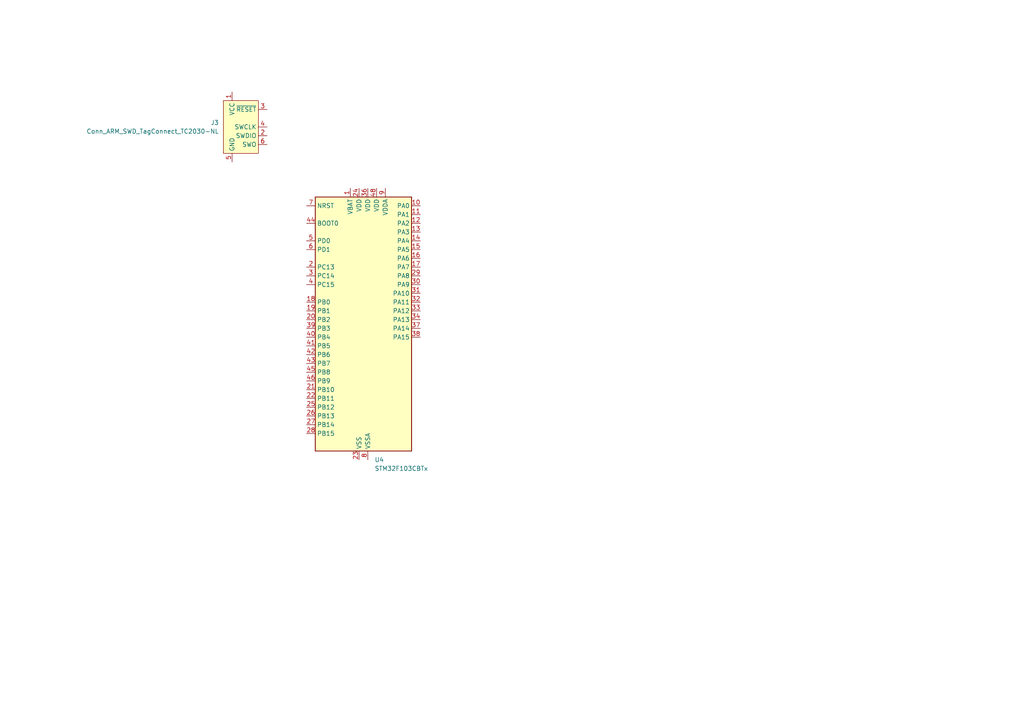
<source format=kicad_sch>
(kicad_sch (version 20230121) (generator eeschema)
  (paper "A4")
  (lib_symbols
    (symbol "Connector:Conn_ARM_SWD_TagConnect_TC2030-NL" (in_bom no)
      (property "Reference" "J" (at 2.54 11.43 0))
      (property "Value" "Conn_ARM_SWD_TagConnect_TC2030-NL" (at 2.54 8.89 0))
      (symbol "Conn_ARM_SWD_TagConnect_TC2030-NL_0_0"
        (pin power_in line (at -2.54 10.16 270) (length 2.54) (name "VCC") (number "1"))
        (pin bidirectional line (at 7.62 -2.54 180) (length 2.54) (name "SWDIO") (number "2"))
        (pin open_collector line (at 7.62 5.08 180) (length 2.54) (name "~{RESET}") (number "3"))
        (pin output line (at 7.62 0 180) (length 2.54) (name "SWCLK") (number "4"))
        (pin power_in line (at -2.54 -10.16 90) (length 2.54) (name "GND") (number "5"))
        (pin input line (at 7.62 -5.08 180) (length 2.54) (name "SWO") (number "6"))
      )
      (symbol "Conn_ARM_SWD_TagConnect_TC2030-NL_0_1"
        (rectangle (start -5.08 7.62) (end 5.08 -7.62) (fill (type background)))
      )
    )
    (symbol "MCU_ST_STM32F1:STM32F103CBTx"
      (property "Reference" "U" (at -12.7 39.37 0))
      (property "Value" "STM32F103CBTx" (at 10.16 39.37 0))
      (symbol "STM32F103CBTx_0_1"
        (rectangle (start -12.7 -35.56) (end 15.24 38.1) (stroke (width 0.254)) (fill (type background)))
      )
      (symbol "STM32F103CBTx_1_1"
        (pin power_in line (at -2.54 40.64 270) (length 2.54) (name "VBAT") (number "1"))
        (pin bidirectional line (at 17.78 35.56 180) (length 2.54) (name "PA0") (number "10"))
        (pin bidirectional line (at 17.78 33.02 180) (length 2.54) (name "PA1") (number "11"))
        (pin bidirectional line (at 17.78 30.48 180) (length 2.54) (name "PA2") (number "12"))
        (pin bidirectional line (at 17.78 27.94 180) (length 2.54) (name "PA3") (number "13"))
        (pin bidirectional line (at 17.78 25.4 180) (length 2.54) (name "PA4") (number "14"))
        (pin bidirectional line (at 17.78 22.86 180) (length 2.54) (name "PA5") (number "15"))
        (pin bidirectional line (at 17.78 20.32 180) (length 2.54) (name "PA6") (number "16"))
        (pin bidirectional line (at 17.78 17.78 180) (length 2.54) (name "PA7") (number "17"))
        (pin bidirectional line (at -15.24 7.62 0) (length 2.54) (name "PB0") (number "18"))
        (pin bidirectional line (at -15.24 5.08 0) (length 2.54) (name "PB1") (number "19"))
        (pin bidirectional line (at -15.24 17.78 0) (length 2.54) (name "PC13") (number "2"))
        (pin bidirectional line (at -15.24 2.54 0) (length 2.54) (name "PB2") (number "20"))
        (pin bidirectional line (at -15.24 -17.78 0) (length 2.54) (name "PB10") (number "21"))
        (pin bidirectional line (at -15.24 -20.32 0) (length 2.54) (name "PB11") (number "22"))
        (pin power_in line (at 0 -38.1 90) (length 2.54) (name "VSS") (number "23"))
        (pin power_in line (at 0 40.64 270) (length 2.54) (name "VDD") (number "24"))
        (pin bidirectional line (at -15.24 -22.86 0) (length 2.54) (name "PB12") (number "25"))
        (pin bidirectional line (at -15.24 -25.4 0) (length 2.54) (name "PB13") (number "26"))
        (pin bidirectional line (at -15.24 -27.94 0) (length 2.54) (name "PB14") (number "27"))
        (pin bidirectional line (at -15.24 -30.48 0) (length 2.54) (name "PB15") (number "28"))
        (pin bidirectional line (at 17.78 15.24 180) (length 2.54) (name "PA8") (number "29"))
        (pin bidirectional line (at -15.24 15.24 0) (length 2.54) (name "PC14") (number "3"))
        (pin bidirectional line (at 17.78 12.7 180) (length 2.54) (name "PA9") (number "30"))
        (pin bidirectional line (at 17.78 10.16 180) (length 2.54) (name "PA10") (number "31"))
        (pin bidirectional line (at 17.78 7.62 180) (length 2.54) (name "PA11") (number "32"))
        (pin bidirectional line (at 17.78 5.08 180) (length 2.54) (name "PA12") (number "33"))
        (pin bidirectional line (at 17.78 2.54 180) (length 2.54) (name "PA13") (number "34"))
        (pin passive line (at 0 -38.1 90) (length 2.54) hide (name "VSS") (number "35"))
        (pin power_in line (at 2.54 40.64 270) (length 2.54) (name "VDD") (number "36"))
        (pin bidirectional line (at 17.78 0 180) (length 2.54) (name "PA14") (number "37"))
        (pin bidirectional line (at 17.78 -2.54 180) (length 2.54) (name "PA15") (number "38"))
        (pin bidirectional line (at -15.24 0 0) (length 2.54) (name "PB3") (number "39"))
        (pin bidirectional line (at -15.24 12.7 0) (length 2.54) (name "PC15") (number "4"))
        (pin bidirectional line (at -15.24 -2.54 0) (length 2.54) (name "PB4") (number "40"))
        (pin bidirectional line (at -15.24 -5.08 0) (length 2.54) (name "PB5") (number "41"))
        (pin bidirectional line (at -15.24 -7.62 0) (length 2.54) (name "PB6") (number "42"))
        (pin bidirectional line (at -15.24 -10.16 0) (length 2.54) (name "PB7") (number "43"))
        (pin input line (at -15.24 30.48 0) (length 2.54) (name "BOOT0") (number "44"))
        (pin bidirectional line (at -15.24 -12.7 0) (length 2.54) (name "PB8") (number "45"))
        (pin bidirectional line (at -15.24 -15.24 0) (length 2.54) (name "PB9") (number "46"))
        (pin passive line (at 0 -38.1 90) (length 2.54) hide (name "VSS") (number "47"))
        (pin power_in line (at 5.08 40.64 270) (length 2.54) (name "VDD") (number "48"))
        (pin bidirectional line (at -15.24 25.4 0) (length 2.54) (name "PD0") (number "5"))
        (pin bidirectional line (at -15.24 22.86 0) (length 2.54) (name "PD1") (number "6"))
        (pin input line (at -15.24 35.56 0) (length 2.54) (name "NRST") (number "7"))
        (pin power_in line (at 2.54 -38.1 90) (length 2.54) (name "VSSA") (number "8"))
        (pin power_in line (at 7.62 40.64 270) (length 2.54) (name "VDDA") (number "9"))
      )
    )
  )
  (symbol (lib_id "Connector:Conn_ARM_SWD_TagConnect_TC2030-NL") (at 69.85 36.83 0) (unit 1) (in_bom no)
    (property "Reference" "J3" (at 63.5 35.56 0) (effects (justify right)))
    (property "Value" "Conn_ARM_SWD_TagConnect_TC2030-NL" (at 63.5 38.1 0) (effects (justify right)))
    (property "Footprint" "Connector:Tag-Connect_TC2030-IDC-NL_2x03_P1.27mm_Vertical" (effects hide))
    (property "Datasheet" "https://www.tag-connect.com/wp-content/uploads/bsk-pdf-manager/TC2030-CTX_1.pdf" (effects hide))
  )
  (symbol (lib_id "MCU_ST_STM32F1:STM32F103CBTx") (at 104.14 95.25 0) (unit 1)
    (property "Reference" "U4" (at 108.6359 133.35 0) (effects (justify left)))
    (property "Value" "STM32F103CBTx" (at 108.6359 135.89 0) (effects (justify left)))
    (property "Footprint" "Package_QFP:LQFP-48_7x7mm_P0.5mm" (effects hide))
    (property "Datasheet" "https://www.st.com/resource/en/datasheet/stm32f103cb.pdf" (effects hide))
  )
)
</source>
